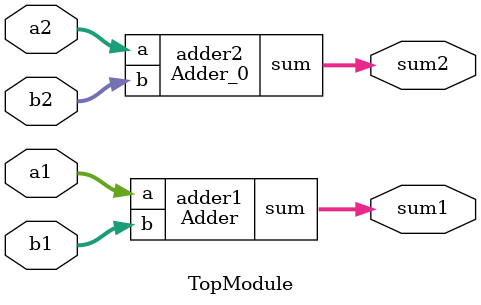
<source format=v>
module Adder(	// file.cleaned.mlir:2:3
  input  [7:0] a,	// file.cleaned.mlir:2:31
               b,	// file.cleaned.mlir:2:43
  output [7:0] sum	// file.cleaned.mlir:2:56
);

  assign sum = a + b;	// file.cleaned.mlir:3:10, :4:5
endmodule

module Adder_0(	// file.cleaned.mlir:6:3
  input  [15:0] a,	// file.cleaned.mlir:6:33
                b,	// file.cleaned.mlir:6:46
  output [16:0] sum	// file.cleaned.mlir:6:60
);

  assign sum = {a + b, 1'h0};	// file.cleaned.mlir:7:14, :8:10, :9:10, :10:5
endmodule

module TopModule(	// file.cleaned.mlir:12:3
  input  [7:0]  a1,	// file.cleaned.mlir:12:27
                b1,	// file.cleaned.mlir:12:40
  input  [15:0] a2,	// file.cleaned.mlir:12:53
                b2,	// file.cleaned.mlir:12:67
  output [7:0]  sum1,	// file.cleaned.mlir:12:82
  output [16:0] sum2	// file.cleaned.mlir:12:97
);

  Adder adder1 (	// file.cleaned.mlir:13:19
    .a   (a1),
    .b   (b1),
    .sum (sum1)
  );	// file.cleaned.mlir:13:19
  Adder_0 adder2 (	// file.cleaned.mlir:14:19
    .a   (a2),
    .b   (b2),
    .sum (sum2)
  );	// file.cleaned.mlir:14:19
endmodule


</source>
